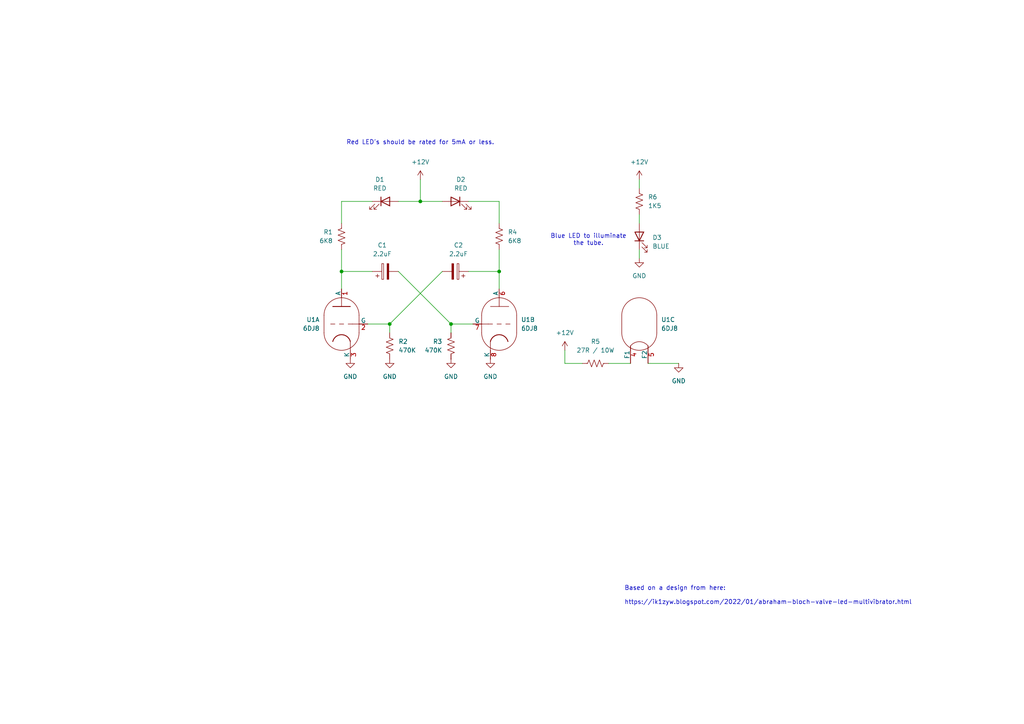
<source format=kicad_sch>
(kicad_sch (version 20231120) (generator "eeschema") (generator_version "8.0")
  (paper "A4")
  (title_block (title "Blinky Using a 6DJ8 Dual Triode") (date "2025-04-27") (rev "1") (company "Rhys Weatherley"))
  (lib_symbols
    (symbol "Device:C_Polarized" (pin_numbers hide) (pin_names (offset 0.254))
      (property "Reference" "C" (at 0.635 2.54 0))
      (property "Value" "C_Polarized" (at 0.635 -2.54 0))
      (symbol "C_Polarized_0_1"
        (rectangle (start -2.286 0.508) (end 2.286 1.016))
        (polyline (pts (xy -1.778 2.286) (xy -0.762 2.286)))
        (polyline (pts (xy -1.27 2.794) (xy -1.27 1.778)))
        (rectangle (start 2.286 -0.508) (end -2.286 -1.016) (fill (type outline)))
      )
      (symbol "C_Polarized_1_1"
        (pin passive line (at 0 3.81 270) (length 2.794) (name "~") (number "1"))
        (pin passive line (at 0 -3.81 90) (length 2.794) (name "~") (number "2"))
      )
    )
    (symbol "Device:LED" (pin_numbers hide) (pin_names (offset 1.016) hide)
      (property "Reference" "D" (at 0 2.54 0))
      (property "Value" "LED" (at 0 -2.54 0))
      (symbol "LED_0_1"
        (polyline (pts (xy -1.27 -1.27) (xy -1.27 1.27)) (stroke (width 0.254)))
        (polyline (pts (xy -1.27 0) (xy 1.27 0)))
        (polyline (pts (xy 1.27 -1.27) (xy 1.27 1.27) (xy -1.27 0) (xy 1.27 -1.27)) (stroke (width 0.254)))
        (polyline (pts (xy -3.048 -0.762) (xy -4.572 -2.286) (xy -3.81 -2.286) (xy -4.572 -2.286) (xy -4.572 -1.524)))
        (polyline (pts (xy -1.778 -0.762) (xy -3.302 -2.286) (xy -2.54 -2.286) (xy -3.302 -2.286) (xy -3.302 -1.524)))
      )
      (symbol "LED_1_1"
        (pin passive line (at -3.81 0 0) (length 2.54) (name "K") (number "1"))
        (pin passive line (at 3.81 0 180) (length 2.54) (name "A") (number "2"))
      )
    )
    (symbol "Device:R_US" (pin_numbers hide) (pin_names (offset 0))
      (property "Reference" "R" (at 2.54 0 90))
      (property "Value" "R_US" (at -2.54 0 90))
      (symbol "R_US_0_1"
        (polyline (pts (xy 0 -2.286) (xy 0 -2.54)))
        (polyline (pts (xy 0 2.286) (xy 0 2.54)))
        (polyline (pts (xy 0 -0.762) (xy 1.016 -1.143) (xy 0 -1.524) (xy -1.016 -1.905) (xy 0 -2.286)))
        (polyline (pts (xy 0 0.762) (xy 1.016 0.381) (xy 0 0) (xy -1.016 -0.381) (xy 0 -0.762)))
        (polyline (pts (xy 0 2.286) (xy 1.016 1.905) (xy 0 1.524) (xy -1.016 1.143) (xy 0 0.762)))
      )
      (symbol "R_US_1_1"
        (pin passive line (at 0 3.81 270) (length 1.27) (name "~") (number "1"))
        (pin passive line (at 0 -3.81 90) (length 1.27) (name "~") (number "2"))
      )
    )
    (symbol "Valve:ECC88" (pin_names (offset 0))
      (property "Reference" "U" (at 4.318 7.112 0))
      (property "Value" "ECC88" (at 5.08 -7.62 0))
      (symbol "ECC88_0_1"
        (arc (start -5.08 -2.54) (mid 0 -7.5979) (end 5.08 -2.54))
        (polyline (pts (xy -5.08 0) (xy -5.08 -2.54)))
        (polyline (pts (xy -5.08 2.54) (xy -5.08 0)))
        (polyline (pts (xy 5.08 2.54) (xy 5.08 -2.54)))
        (arc (start 5.08 2.54) (mid 0 7.5979) (end -5.08 2.54))
      )
      (symbol "ECC88_1_0"
        (polyline (pts (xy -2.54 -5.08) (xy -2.54 -7.62)))
        (polyline (pts (xy 0 5.08) (xy 0 7.62)))
      )
      (symbol "ECC88_1_1"
        (polyline (pts (xy -5.08 0) (xy -3.175 0)))
        (polyline (pts (xy -1.905 0) (xy -3.175 0)) (stroke (width 0.1524)))
        (polyline (pts (xy -0.635 0) (xy 0.635 0)) (stroke (width 0.1524)))
        (polyline (pts (xy 1.905 0) (xy 3.175 0)) (stroke (width 0.1524)))
        (polyline (pts (xy -2.54 5.08) (xy 2.54 5.08) (xy 2.54 5.08)) (stroke (width 0.254)))
        (arc (start 2.54 -5.08) (mid 0 -3.0968) (end -2.54 -5.08) (stroke (width 0.254)))
        (pin output line (at 0 10.16 270) (length 2.54) (name "A") (number "1"))
        (pin input line (at -7.62 0 0) (length 2.54) (name "G") (number "2"))
        (pin bidirectional line (at -2.54 -10.16 90) (length 2.54) (name "K") (number "3"))
      )
      (symbol "ECC88_2_0"
        (polyline (pts (xy -5.08 0) (xy -3.175 0)))
        (polyline (pts (xy -2.54 -5.08) (xy -2.54 -7.62)))
        (polyline (pts (xy -1.905 0) (xy -3.175 0)) (stroke (width 0.1524)))
        (polyline (pts (xy -0.635 0) (xy 0.635 0)) (stroke (width 0.1524)))
        (polyline (pts (xy 0 5.08) (xy 0 7.62)))
        (polyline (pts (xy 1.905 0) (xy 3.175 0)) (stroke (width 0.1524)))
        (polyline (pts (xy 2.794 5.08) (xy -2.54 5.08) (xy -2.54 5.08)) (stroke (width 0.1524)))
      )
      (symbol "ECC88_2_1"
        (arc (start 2.54 -5.08) (mid 0 -3.0968) (end -2.54 -5.08) (stroke (width 0.254)))
        (pin output line (at 0 10.16 270) (length 2.54) (name "A") (number "6"))
        (pin input line (at -7.62 0 0) (length 2.54) (name "G") (number "7"))
        (pin bidirectional line (at -2.54 -10.16 90) (length 2.54) (name "K") (number "8"))
      )
      (symbol "ECC88_3_1"
        (arc (start 2.54 -6.35) (mid 0 -5.1292) (end -2.54 -6.35))
        (pin power_in line (at -2.54 -11.43 90) (length 5.08) (name "F1") (number "4"))
        (pin power_in line (at 2.54 -11.43 90) (length 5.08) (name "F2") (number "5"))
      )
    )
    (symbol "power:+12V" (power) (pin_numbers hide) (pin_names (offset 0) hide)
      (property "Value" "+12V" (at 0 3.556 0))
      (symbol "+12V_0_1"
        (polyline (pts (xy -0.762 1.27) (xy 0 2.54)))
        (polyline (pts (xy 0 0) (xy 0 2.54)))
        (polyline (pts (xy 0 2.54) (xy 0.762 1.27)))
      )
      (symbol "+12V_1_1"
        (pin power_in line (at 0 0 90) (length 0) (name "~") (number "1"))
      )
    )
    (symbol "power:GND" (power) (pin_numbers hide) (pin_names (offset 0) hide)
      (property "Value" "GND" (at 0 -3.81 0))
      (symbol "GND_0_1"
        (polyline (pts (xy 0 0) (xy 0 -1.27) (xy 1.27 -1.27) (xy 0 -2.54) (xy -1.27 -1.27) (xy 0 -1.27)))
      )
      (symbol "GND_1_1"
        (pin power_in line (at 0 0 270) (length 0) (name "~") (number "1"))
      )
    )
  )
  (junction (at 144.78 78.74))
  (junction (at 99.06 78.74))
  (junction (at 130.81 93.98))
  (junction (at 113.03 93.98))
  (junction (at 121.92 58.42))
  (wire (pts (xy 130.81 93.98) (xy 130.81 96.52)))
  (wire (pts (xy 99.06 72.39) (xy 99.06 78.74)))
  (wire (pts (xy 187.96 105.41) (xy 196.85 105.41)))
  (wire (pts (xy 99.06 78.74) (xy 99.06 83.82)))
  (wire (pts (xy 135.89 58.42) (xy 144.78 58.42)))
  (wire (pts (xy 115.57 78.74) (xy 130.81 93.98)))
  (wire (pts (xy 185.42 52.07) (xy 185.42 54.61)))
  (wire (pts (xy 115.57 58.42) (xy 121.92 58.42)))
  (wire (pts (xy 130.81 93.98) (xy 137.16 93.98)))
  (wire (pts (xy 99.06 78.74) (xy 107.95 78.74)))
  (wire (pts (xy 135.89 78.74) (xy 144.78 78.74)))
  (wire (pts (xy 99.06 58.42) (xy 107.95 58.42)))
  (wire (pts (xy 121.92 52.07) (xy 121.92 58.42)))
  (wire (pts (xy 185.42 62.23) (xy 185.42 64.77)))
  (wire (pts (xy 144.78 78.74) (xy 144.78 83.82)))
  (wire (pts (xy 144.78 72.39) (xy 144.78 78.74)))
  (wire (pts (xy 163.83 101.6) (xy 163.83 105.41)))
  (wire (pts (xy 106.68 93.98) (xy 113.03 93.98)))
  (wire (pts (xy 185.42 72.39) (xy 185.42 74.93)))
  (wire (pts (xy 99.06 58.42) (xy 99.06 64.77)))
  (wire (pts (xy 163.83 105.41) (xy 168.91 105.41)))
  (wire (pts (xy 121.92 58.42) (xy 128.27 58.42)))
  (wire (pts (xy 144.78 58.42) (xy 144.78 64.77)))
  (wire (pts (xy 113.03 93.98) (xy 128.27 78.74)))
  (wire (pts (xy 176.53 105.41) (xy 182.88 105.41)))
  (wire (pts (xy 113.03 93.98) (xy 113.03 96.52)))
  (text "Based on a design from here:\n\nhttps://ik1zyw.blogspot.com/2022/01/abraham-bloch-valve-led-multivibrator.html" (at 181.102 172.72 0) (effects (font (size 1.27 1.27)) (justify left)))
  (text "Red LED's should be rated for 5mA or less." (at 121.92 41.402 0) (effects (font (size 1.27 1.27))))
  (text "Blue LED to illuminate\nthe tube." (at 170.688 69.596 0) (effects (font (size 1.27 1.27))))
  (symbol (lib_id "Valve:ECC88") (at 185.42 93.98 0) (unit 3)
    (property "Reference" "U1" (at 191.77 92.7099 0) (effects (justify left)))
    (property "Value" "6DJ8" (at 191.77 95.2499 0) (effects (justify left)))
    (property "Footprint" "Valve:Valve_Noval_P" (effects (hide yes)))
    (property "Datasheet" "http://www.r-type.org/pdfs/ecc88.pdf" (effects (hide yes)))
    (property "Description" "double triode, low-noise" (effects (hide yes)))
  )
  (symbol (lib_id "Device:C_Polarized") (at 111.76 78.74 90) (unit 1)
    (property "Reference" "C1" (at 110.871 71.12 90))
    (property "Value" "2.2uF" (at 110.871 73.66 90))
    (property "Description" "Polarized capacitor" (effects (hide yes)))
  )
  (symbol (lib_id "Device:C_Polarized") (at 132.08 78.74 270) (mirror x) (unit 1)
    (property "Reference" "C2" (at 132.969 71.12 90))
    (property "Value" "2.2uF" (at 132.969 73.66 90))
    (property "Description" "Polarized capacitor" (effects (hide yes)))
  )
  (symbol (lib_id "Device:R_US") (at 113.03 100.33 0) (unit 1)
    (property "Reference" "R2" (at 115.57 99.0599 0) (effects (justify left)))
    (property "Value" "470K" (at 115.57 101.5999 0) (effects (justify left)))
    (property "Description" "Resistor, US symbol" (effects (hide yes)))
  )
  (symbol (lib_id "Device:LED") (at 111.76 58.42 0) (unit 1)
    (property "Reference" "D1" (at 110.1725 52.07 0))
    (property "Value" "RED" (at 110.1725 54.61 0))
    (property "Description" "Light emitting diode" (effects (hide yes)))
  )
  (symbol (lib_id "power:+12V") (at 121.92 52.07 0) (unit 1)
    (property "Reference" "#PWR3" (effects (hide yes)))
    (property "Value" "+12V" (at 121.92 46.99 0))
    (property "Description" "Power symbol creates a global label with name \"+12V\"" (effects (hide yes)))
  )
  (symbol (lib_id "Device:R_US") (at 144.78 68.58 0) (unit 1)
    (property "Reference" "R4" (at 147.32 67.3099 0) (effects (justify left)))
    (property "Value" "6K8" (at 147.32 69.8499 0) (effects (justify left)))
    (property "Description" "Resistor, US symbol" (effects (hide yes)))
  )
  (symbol (lib_id "power:GND") (at 142.24 104.14 0) (unit 1)
    (property "Reference" "#PWR5" (effects (hide yes)))
    (property "Value" "GND" (at 142.24 109.22 0))
    (property "Description" "Power symbol creates a global label with name \"GND\" , ground" (effects (hide yes)))
  )
  (symbol (lib_id "Valve:ECC88") (at 99.06 93.98 0) (mirror y) (unit 1)
    (property "Reference" "U1" (at 92.71 92.7099 0) (effects (justify left)))
    (property "Value" "6DJ8" (at 92.71 95.2499 0) (effects (justify left)))
    (property "Footprint" "Valve:Valve_Noval_P" (effects (hide yes)))
    (property "Datasheet" "http://www.r-type.org/pdfs/ecc88.pdf" (effects (hide yes)))
    (property "Description" "double triode, low-noise" (effects (hide yes)))
  )
  (symbol (lib_id "power:GND") (at 130.81 104.14 0) (unit 1)
    (property "Reference" "#PWR4" (effects (hide yes)))
    (property "Value" "GND" (at 130.81 109.22 0))
    (property "Description" "Power symbol creates a global label with name \"GND\" , ground" (effects (hide yes)))
  )
  (symbol (lib_id "power:GND") (at 101.6 104.14 0) (unit 1)
    (property "Reference" "#PWR1" (effects (hide yes)))
    (property "Value" "GND" (at 101.6 109.22 0))
    (property "Description" "Power symbol creates a global label with name \"GND\" , ground" (effects (hide yes)))
  )
  (symbol (lib_id "Device:R_US") (at 172.72 105.41 90) (unit 1)
    (property "Reference" "R5" (at 172.72 99.06 90))
    (property "Value" "27R / 10W" (at 172.72 101.6 90))
    (property "Description" "Resistor, US symbol" (effects (hide yes)))
  )
  (symbol (lib_id "Device:R_US") (at 99.06 68.58 0) (mirror y) (unit 1)
    (property "Reference" "R1" (at 96.52 67.3099 0) (effects (justify left)))
    (property "Value" "6K8" (at 96.52 69.8499 0) (effects (justify left)))
    (property "Description" "Resistor, US symbol" (effects (hide yes)))
  )
  (symbol (lib_id "Device:R_US") (at 185.42 58.42 0) (unit 1)
    (property "Reference" "R6" (at 187.96 57.1499 0) (effects (justify left)))
    (property "Value" "1K5" (at 187.96 59.6899 0) (effects (justify left)))
    (property "Description" "Resistor, US symbol" (effects (hide yes)))
  )
  (symbol (lib_id "Device:LED") (at 185.42 68.58 90) (unit 1)
    (property "Reference" "D3" (at 189.23 68.8974 90) (effects (justify right)))
    (property "Value" "BLUE" (at 189.23 71.4374 90) (effects (justify right)))
    (property "Description" "Light emitting diode" (effects (hide yes)))
  )
  (symbol (lib_id "power:GND") (at 196.85 105.41 0) (unit 1)
    (property "Reference" "#PWR9" (effects (hide yes)))
    (property "Value" "GND" (at 196.85 110.49 0))
    (property "Description" "Power symbol creates a global label with name \"GND\" , ground" (effects (hide yes)))
  )
  (symbol (lib_id "power:GND") (at 185.42 74.93 0) (unit 1)
    (property "Reference" "#PWR8" (effects (hide yes)))
    (property "Value" "GND" (at 185.42 80.01 0))
    (property "Description" "Power symbol creates a global label with name \"GND\" , ground" (effects (hide yes)))
  )
  (symbol (lib_id "Device:LED") (at 132.08 58.42 0) (mirror y) (unit 1)
    (property "Reference" "D2" (at 133.6675 52.07 0))
    (property "Value" "RED" (at 133.6675 54.61 0))
    (property "Description" "Light emitting diode" (effects (hide yes)))
  )
  (symbol (lib_id "Device:R_US") (at 130.81 100.33 0) (mirror y) (unit 1)
    (property "Reference" "R3" (at 128.27 99.0599 0) (effects (justify left)))
    (property "Value" "470K" (at 128.27 101.5999 0) (effects (justify left)))
    (property "Description" "Resistor, US symbol" (effects (hide yes)))
  )
  (symbol (lib_id "power:GND") (at 113.03 104.14 0) (unit 1)
    (property "Reference" "#PWR2" (effects (hide yes)))
    (property "Value" "GND" (at 113.03 109.22 0))
    (property "Description" "Power symbol creates a global label with name \"GND\" , ground" (effects (hide yes)))
  )
  (symbol (lib_id "power:+12V") (at 185.42 52.07 0) (unit 1)
    (property "Reference" "#PWR7" (effects (hide yes)))
    (property "Value" "+12V" (at 185.42 46.99 0))
    (property "Description" "Power symbol creates a global label with name \"+12V\"" (effects (hide yes)))
  )
  (symbol (lib_id "Valve:ECC88") (at 144.78 93.98 0) (unit 2)
    (property "Reference" "U1" (at 151.13 92.7099 0) (effects (justify left)))
    (property "Value" "6DJ8" (at 151.13 95.2499 0) (effects (justify left)))
    (property "Footprint" "Valve:Valve_Noval_P" (effects (hide yes)))
    (property "Datasheet" "http://www.r-type.org/pdfs/ecc88.pdf" (effects (hide yes)))
    (property "Description" "double triode, low-noise" (effects (hide yes)))
  )
  (symbol (lib_id "power:+12V") (at 163.83 101.6 0) (unit 1)
    (property "Reference" "#PWR6" (effects (hide yes)))
    (property "Value" "+12V" (at 163.83 96.52 0))
    (property "Description" "Power symbol creates a global label with name \"+12V\"" (effects (hide yes)))
  )
)
</source>
